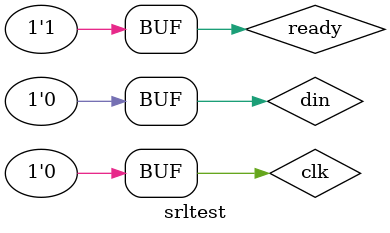
<source format=v>
`timescale 1ns / 1ps
module srltest(
    );

	////////////////////////////////////////////////////////////////////////////////////////////////
	//Clock generation
	reg ready = 0;
	initial begin
		#100;
		ready = 1;
	end
	reg clk = 0;
	always begin
		#5;
		clk = ready;
		#5;
		clk = 0;
	end

	////////////////////////////////////////////////////////////////////////////////////////////////
	//Edge detection
	reg[1:0] old = 0;
	reg[1:0] current = 0;
	
	always @(posedge clk)
		old <= current;
		
	////////////////////////////////////////////////////////////////////////////////////////////////
	// Test vectors
	reg[7:0] state = 0;
	always @(posedge clk) begin
		case(state)
			0: begin
				state <= 1;
			end
			
			1: begin
				current[0] <= 1;
				state <= 2;
			end
			
			2: begin
				current[1] <= 1;
				state <= 3;
			end
			
			3: begin
				current[0] <= 0;
				state <= 4;
			end
		endcase
	end

	////////////////////////////////////////////////////////////////////////////////////////////////
	//TODO: dynamic reprogramming
	reg din = 0;

	////////////////////////////////////////////////////////////////////////////////////////////////
	wire dout;
	SRLC32E #(
		.INIT({16'h0, 16'haaaa}) // Initial Value of Shift Register
	) SRL16E_inst (
		.Q(dout),
		//.Q31(Q31), // SRL cascade output pin
		.A({1'b0, old[1], current[1], old[0], current[0]}),
		.CE(1'b0),
      .CLK(clk),
      .D(din)
	);

endmodule

</source>
